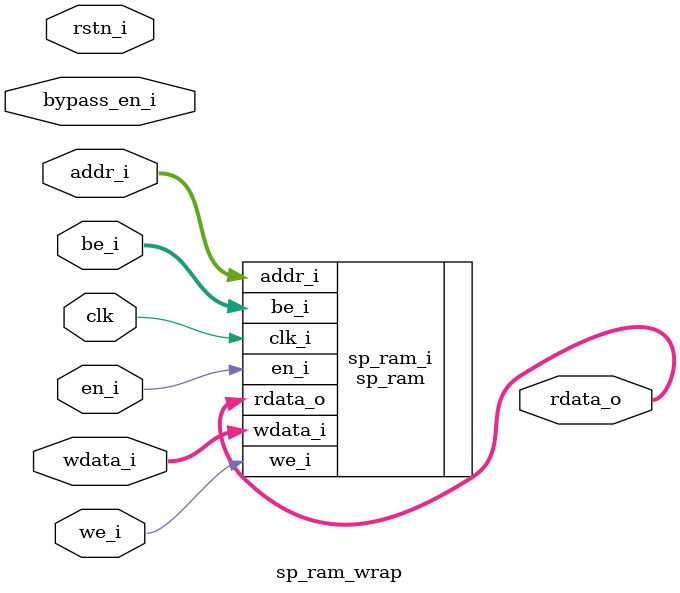
<source format=sv>

`include "config.sv"

module sp_ram_wrap
  #(
    parameter RAM_SIZE   = 32768,              // in bytes
    parameter ADDR_WIDTH = $clog2(RAM_SIZE),
    parameter DATA_WIDTH = 32
  )(
    // Clock and Reset
    input  logic                    clk,
    input  logic                    rstn_i,
    input  logic                    en_i,
    input  logic [ADDR_WIDTH-1:0]   addr_i,
    input  logic [DATA_WIDTH-1:0]   wdata_i,
    output logic [DATA_WIDTH-1:0]   rdata_o,
    input  logic                    we_i,
    input  logic [DATA_WIDTH/8-1:0] be_i,
    input  logic                    bypass_en_i
  );
  
  logic  [31:0]       bwen;

`ifdef SMIC55LL
  // replace macro ASIC by SMIC55LL
  // TODO replace memory here
    S55NLLGSPH_X512Y16D32_BW
  sp_ram_i
  (
                     .Q  ( rdata_o                 ),
			  .CLK( clk                     ),
			  .CEN( ~en_i                   ),
			  .WEN( (~we_i )  | bypass_en_i  ),
              .BWEN(  bwen   ),
			  .A  ( addr_i[ADDR_WIDTH-1:2]  ),
			  .D  ( wdata_i                 )
  );
  assign bwen = ~{{8{be_i[3]}},{8{be_i[2]}},{8{be_i[1]}},{8{be_i[0]}}} ;
//`elsif ASIC
//   // RAM bypass logic
//   logic [31:0] ram_out_int;
//   // assign rdata_o = (bypass_en_i) ? wdata_i : ram_out_int;
//   assign rdata_o = ram_out_int;
//
//   sp_ram_bank
//   #(
//    .NUM_BANKS  ( RAM_SIZE/4096 ),
//    .BANK_SIZE  ( 1024          )
//   )
//   sp_ram_bank_i
//   (
//    .clk_i   ( clk                     ),
//    .rstn_i  ( rstn_i                  ),
//    .en_i    ( en_i                    ),
//    .addr_i  ( addr_i                  ),
//    .wdata_i ( wdata_i                 ),
//    .rdata_o ( ram_out_int             ),
//    .we_i    ( (we_i & ~bypass_en_i)   ),
//    .be_i    ( be_i                    )
//   );

  // TODO: we should kill synthesis when the ram size is larger than what we
  // have here

`elsif PULP_FPGA_EMUL
  xilinx_mem_8192x32
  sp_ram_i
  (
    .clka   ( clk                    ),
    .rsta   ( 1'b0                   ), // reset is active high

    .ena    ( en_i                   ),
    .addra  ( addr_i[ADDR_WIDTH-1:2] ), 
    .dina   ( wdata_i                ),
    .douta  ( rdata_o                ),
    .wea    ( be_i & {4{we_i}}       )
  );

`else
  sp_ram
  #(
    .ADDR_WIDTH ( ADDR_WIDTH ),
    .DATA_WIDTH ( DATA_WIDTH ),
    .NUM_WORDS  ( RAM_SIZE   )
  )
  sp_ram_i
  (
    .clk_i   ( clk       ),

    .en_i    ( en_i      ),
    .addr_i  ( addr_i    ),
    .wdata_i ( wdata_i   ),
    .rdata_o ( rdata_o   ),
    .we_i    ( we_i      ),
    .be_i    ( be_i      )
  );
`endif

endmodule


</source>
